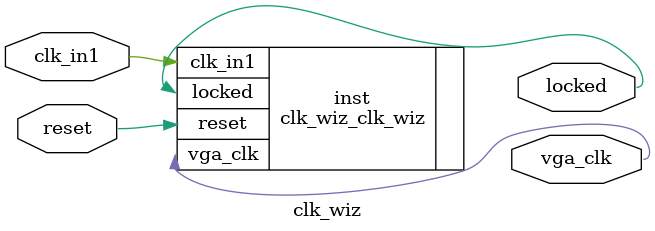
<source format=v>


`timescale 1ps/1ps

(* CORE_GENERATION_INFO = "clk_wiz,clk_wiz_v6_0_11_0_0,{component_name=clk_wiz,use_phase_alignment=true,use_min_o_jitter=false,use_max_i_jitter=false,use_dyn_phase_shift=false,use_inclk_switchover=false,use_dyn_reconfig=false,enable_axi=0,feedback_source=FDBK_AUTO,PRIMITIVE=MMCM,num_out_clk=1,clkin1_period=10.000,clkin2_period=10.000,use_power_down=false,use_reset=true,use_locked=true,use_inclk_stopped=false,feedback_type=SINGLE,CLOCK_MGR_TYPE=NA,manual_override=false}" *)

module clk_wiz 
 (
  // Clock out ports
  output        vga_clk,
  // Status and control signals
  input         reset,
  output        locked,
 // Clock in ports
  input         clk_in1
 );

  clk_wiz_clk_wiz inst
  (
  // Clock out ports  
  .vga_clk(vga_clk),
  // Status and control signals               
  .reset(reset), 
  .locked(locked),
 // Clock in ports
  .clk_in1(clk_in1)
  );

endmodule

</source>
